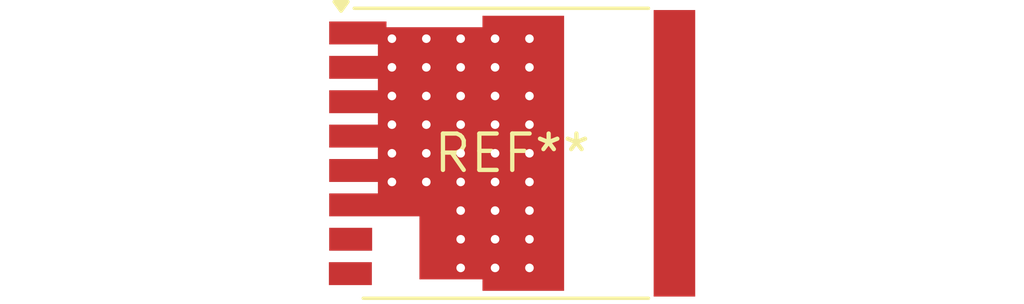
<source format=kicad_pcb>
(kicad_pcb (version 20240108) (generator pcbnew)
  (layers (0 "F.Cu" signal) (31 "B.Cu" signal) (34 "B.Paste" user) (35 "F.Paste" user) (36 "B.SilkS" user "B.Silkscreen") (37 "F.SilkS" user "F.Silkscreen") (38 "B.Mask" user) (39 "F.Mask" user) (44 "Edge.Cuts" user))
  (net 0 "")
  (footprint "Infineon_PG-HSOF-8-3_ThermalVias" (layer "F.Cu") (at 0 0)
    (property "Reference" "REF**")
    (property "Value" "Infineon_PG-HSOF-8-3_ThermalVias")
    (fp_line (start -5.515 -5.06) (end 4.755 -5.06) (layer "F.SilkS") (stroke (width 0.12)))
    (fp_line (start -5.2 5.06) (end 4.755 5.06) (layer "F.SilkS") (stroke (width 0.12)))
    (fp_poly (pts (xy -5.975 -4.96) (xy -5.735 -5.29) (xy -6.215 -5.29) (xy -5.975 -4.96)) (layer "F.SilkS") (stroke (width 0.12)) (fill solid))
    (pad "1" thru_hole circle (at -4.2 -4) (size 0.6 0.6) (drill 0.3) (layers *.Cu) (remove_unused_layers))
    (pad "1" thru_hole circle (at -4.2 -3) (size 0.6 0.6) (drill 0.3) (layers *.Cu) (remove_unused_layers))
    (pad "1" thru_hole circle (at -4.2 -2) (size 0.6 0.6) (drill 0.3) (layers *.Cu) (remove_unused_layers))
    (pad "1" thru_hole circle (at -4.2 -1) (size 0.6 0.6) (drill 0.3) (layers *.Cu) (remove_unused_layers))
    (pad "1" thru_hole circle (at -4.2 0) (size 0.6 0.6) (drill 0.3) (layers *.Cu) (remove_unused_layers))
    (pad "1" thru_hole circle (at -4.2 1) (size 0.6 0.6) (drill 0.3) (layers *.Cu) (remove_unused_layers))
    (pad "1" thru_hole circle (at -3 -4) (size 0.6 0.6) (drill 0.3) (layers *.Cu) (remove_unused_layers))
    (pad "1" thru_hole circle (at -3 -3) (size 0.6 0.6) (drill 0.3) (layers *.Cu) (remove_unused_layers))
    (pad "1" thru_hole circle (at -3 -2) (size 0.6 0.6) (drill 0.3) (layers *.Cu) (remove_unused_layers))
    (pad "1" thru_hole circle (at -3 -1) (size 0.6 0.6) (drill 0.3) (layers *.Cu) (remove_unused_layers))
    (pad "1" thru_hole circle (at -3 0) (size 0.6 0.6) (drill 0.3) (layers *.Cu) (remove_unused_layers))
    (pad "1" thru_hole circle (at -3 1) (size 0.6 0.6) (drill 0.3) (layers *.Cu) (remove_unused_layers))
    (pad "1" thru_hole circle (at -1.8 -4) (size 0.6 0.6) (drill 0.3) (layers *.Cu) (remove_unused_layers))
    (pad "1" thru_hole circle (at -1.8 -3) (size 0.6 0.6) (drill 0.3) (layers *.Cu) (remove_unused_layers))
    (pad "1" thru_hole circle (at -1.8 -2) (size 0.6 0.6) (drill 0.3) (layers *.Cu) (remove_unused_layers))
    (pad "1" thru_hole circle (at -1.8 -1) (size 0.6 0.6) (drill 0.3) (layers *.Cu) (remove_unused_layers))
    (pad "1" thru_hole circle (at -1.8 0) (size 0.6 0.6) (drill 0.3) (layers *.Cu) (remove_unused_layers))
    (pad "1" thru_hole circle (at -1.8 1) (size 0.6 0.6) (drill 0.3) (layers *.Cu) (remove_unused_layers))
    (pad "1" thru_hole circle (at -1.8 2) (size 0.6 0.6) (drill 0.3) (layers *.Cu) (remove_unused_layers))
    (pad "1" thru_hole circle (at -1.8 3) (size 0.6 0.6) (drill 0.3) (layers *.Cu) (remove_unused_layers))
    (pad "1" thru_hole circle (at -1.8 4) (size 0.6 0.6) (drill 0.3) (layers *.Cu) (remove_unused_layers))
    (pad "1" thru_hole circle (at -0.6 -4) (size 0.6 0.6) (drill 0.3) (layers *.Cu) (remove_unused_layers))
    (pad "1" thru_hole circle (at -0.6 -3) (size 0.6 0.6) (drill 0.3) (layers *.Cu) (remove_unused_layers))
    (pad "1" thru_hole circle (at -0.6 -2) (size 0.6 0.6) (drill 0.3) (layers *.Cu) (remove_unused_layers))
    (pad "1" thru_hole circle (at -0.6 -1) (size 0.6 0.6) (drill 0.3) (layers *.Cu) (remove_unused_layers))
    (pad "1" thru_hole circle (at -0.6 0) (size 0.6 0.6) (drill 0.3) (layers *.Cu) (remove_unused_layers))
    (pad "1" thru_hole circle (at -0.6 1) (size 0.6 0.6) (drill 0.3) (layers *.Cu) (remove_unused_layers))
    (pad "1" thru_hole circle (at -0.6 2) (size 0.6 0.6) (drill 0.3) (layers *.Cu) (remove_unused_layers))
    (pad "1" thru_hole circle (at -0.6 3) (size 0.6 0.6) (drill 0.3) (layers *.Cu) (remove_unused_layers))
    (pad "1" thru_hole circle (at -0.6 4) (size 0.6 0.6) (drill 0.3) (layers *.Cu) (remove_unused_layers))
    (pad "1" smd custom (at 0.385 0) (size 2.85 9.6) (layers "F.Cu" "F.Mask") (options (clearance outline) (anchor rect)) (primitives (gr_poly (pts (xy -4.775 -4.4) (xy -1.425 -4.4) (xy -1.425 4.4) (xy -3.625 4.4) (xy -3.625 2.2) (xy -6.775 2.2) (xy -6.775 1.4) (xy -5.075 1.4) (xy -5.075 1) (xy -6.775 1) (xy -6.775 0.2) (xy -5.075 0.2) (xy -5.075 -0.2) (xy -6.775 -0.2) (xy -6.775 -1) (xy -5.075 -1) (xy -5.075 -1.4) (xy -6.775 -1.4) (xy -6.775 -2.2) (xy -5.075 -2.2) (xy -5.075 -2.6) (xy -6.775 -2.6) (xy -6.775 -3.4) (xy -5.075 -3.4) (xy -5.075 -3.8) (xy -6.775 -3.8) (xy -6.775 -4.6) (xy -4.775 -4.6)) (width 0) (fill yes))))
    (pad "1" thru_hole circle (at 0.6 -4) (size 0.6 0.6) (drill 0.3) (layers *.Cu) (remove_unused_layers))
    (pad "1" thru_hole circle (at 0.6 -3) (size 0.6 0.6) (drill 0.3) (layers *.Cu) (remove_unused_layers))
    (pad "1" thru_hole circle (at 0.6 -2) (size 0.6 0.6) (drill 0.3) (layers *.Cu) (remove_unused_layers))
    (pad "1" thru_hole circle (at 0.6 -1) (size 0.6 0.6) (drill 0.3) (layers *.Cu) (remove_unused_layers))
    (pad "1" thru_hole circle (at 0.6 0) (size 0.6 0.6) (drill 0.3) (layers *.Cu) (remove_unused_layers))
    (pad "1" thru_hole circle (at 0.6 1) (size 0.6 0.6) (drill 0.3) (layers *.Cu) (remove_unused_layers))
    (pad "1" thru_hole circle (at 0.6 2) (size 0.6 0.6) (drill 0.3) (layers *.Cu) (remove_unused_layers))
    (pad "1" thru_hole circle (at 0.6 3) (size 0.6 0.6) (drill 0.3) (layers *.Cu) (remove_unused_layers))
    (pad "1" thru_hole circle (at 0.6 4) (size 0.6 0.6) (drill 0.3) (layers *.Cu) (remove_unused_layers))
    (pad "2" smd rect (at -5.64 3) (size 1.5 0.8) (layers "F.Cu" "F.Paste" "F.Mask"))
    (pad "3" smd rect (at -5.65 4.2) (size 1.5 0.8) (layers "F.Cu" "F.Paste" "F.Mask"))
    (pad "4" smd rect (at 5.66 0) (size 1.45 10) (layers "F.Cu" "F.Mask"))
  )
)
</source>
